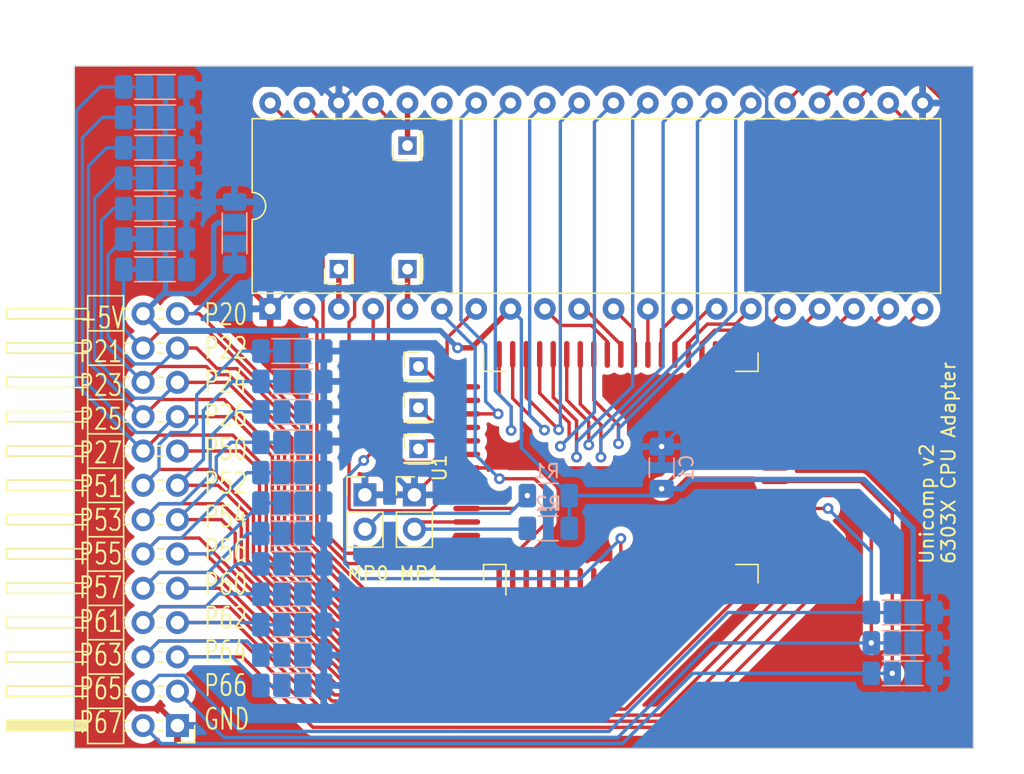
<source format=kicad_pcb>
(kicad_pcb (version 20221018) (generator pcbnew)
  (layers (0 "F.Cu" signal) (31 "B.Cu" signal) (34 "B.Paste" user) (35 "F.Paste" user) (36 "B.SilkS" user "B.Silkscreen") (37 "F.SilkS" user "F.Silkscreen") (38 "B.Mask" user) (39 "F.Mask" user) (44 "Edge.Cuts" user))
  (net 0 "")
  (net 1 "+5V")
  (net 2 "GND")
  (net 3 "/P20")
  (net 4 "/P21")
  (net 5 "/P22")
  (net 6 "/~{NMI}")
  (net 7 "/~{IRQ1}")
  (net 8 "/~{RST}")
  (net 9 "/P23")
  (net 10 "/P24")
  (net 11 "/A15")
  (net 12 "/A14")
  (net 13 "/A13")
  (net 14 "/A12")
  (net 15 "/A11")
  (net 16 "/A10")
  (net 17 "/A9")
  (net 18 "/A8")
  (net 19 "/D7")
  (net 20 "/D6")
  (net 21 "/D5")
  (net 22 "/D4")
  (net 23 "/D3")
  (net 24 "/D2")
  (net 25 "/D1")
  (net 26 "/D0")
  (net 27 "/R{slash}~{W}")
  (net 28 "Net-(J6-Pin_1)")
  (net 29 "/A0")
  (net 30 "/A1")
  (net 31 "/A2")
  (net 32 "/A3")
  (net 33 "/A4")
  (net 34 "/A5")
  (net 35 "/A6")
  (net 36 "/A7")
  (net 37 "/PHI2")
  (net 38 "/CPUCLK")
  (net 39 "+5C")
  (net 40 "/MP0")
  (net 41 "/MP1")
  (net 43 "Net-(J3-Pin_1)")
  (net 44 "Net-(J4-Pin_1)")
  (net 45 "/~{HALT}")
  (net 46 "/BA")
  (net 47 "/P25")
  (net 48 "/P26")
  (net 49 "/P27")
  (net 50 "/P51")
  (net 51 "/P52")
  (net 52 "/P53")
  (net 53 "/P54")
  (net 54 "/P55")
  (net 55 "/P56")
  (net 56 "/P57")
  (net 57 "/P60")
  (net 58 "/P61")
  (net 59 "/P62")
  (net 60 "/P63")
  (net 61 "/P64")
  (net 62 "/P65")
  (net 63 "/P66")
  (net 64 "/P67")
  (net 65 "/~{LIR}")
  (net 66 "/~{WR}")
  (net 67 "/~{RD}")
  (footprint "Connector_PinHeader_2.54mm:PinHeader_1x02_P2.54mm_Vertical" (layer "F.Cu") (at 180.7464 66.4922)
    (fp_text reference "JP1" hide)
    (fp_text value "Mode" hide)
  )
  (footprint "Connector_PinHeader_2.00mm:PinHeader_1x01_P2.00mm_Vertical" (layer "F.Cu") (at 183.896 40.64 90)
    (fp_text reference "J4" hide)
    (fp_text value ".")
  )
  (footprint "Package_DIP:DIP-40_W15.24mm" (layer "F.Cu") (at 173.736 52.7304 90)
    (fp_text reference "U3" hide)
    (fp_text value "MC6802")
  )
  (footprint "Connector_PinHeader_2.54mm:PinHeader_2x13_P2.54mm_Horizontal" (layer "F.Cu") (at 166.878 83.566 180)
    (fp_text reference "J1" hide)
    (fp_text value "Conn_02x13_Odd_Even" hide)
  )
  (footprint "Connector_PinHeader_2.54mm:PinHeader_1x02_P2.54mm_Vertical" (layer "F.Cu") (at 184.404 66.4922)
    (fp_text reference "JP2" hide)
    (fp_text value "Mode" hide)
  )
  (footprint "Connector_PinHeader_2.00mm:PinHeader_1x01_P2.00mm_Vertical" (layer "F.Cu") (at 184.7088 56.9976)
    (fp_text reference "J7" hide)
    (fp_text value ".")
  )
  (footprint "Connector_PinHeader_2.00mm:PinHeader_1x01_P2.00mm_Vertical" (layer "F.Cu") (at 183.896 49.784 90)
    (fp_text reference "J6" hide)
    (fp_text value ".")
  )
  (footprint "my_own_conn:QFP-64_14x20_Pitch1mm" (layer "F.Cu") (at 199.674 65)
    (fp_text reference "U1")
    (fp_text value "HD6303YF")
  )
  (footprint "Connector_PinHeader_2.00mm:PinHeader_1x01_P2.00mm_Vertical" (layer "F.Cu") (at 184.7088 60.0456)
    (fp_text reference "J9" hide)
    (fp_text value ".")
  )
  (footprint "Connector_PinHeader_2.00mm:PinHeader_1x01_P2.00mm_Vertical" (layer "F.Cu") (at 184.7088 63.0936)
    (fp_text reference "J8" hide)
    (fp_text value ".")
  )
  (footprint "Connector_PinHeader_2.00mm:PinHeader_1x01_P2.00mm_Vertical" (layer "F.Cu") (at 178.816 49.784 90)
    (fp_text reference "J3" hide)
    (fp_text value ".")
  )
  (footprint "Resistor_SMD:R_1206_3216Metric_Pad1.30x1.75mm_HandSolder" (layer "B.Cu") (at 176.15 69.35)
    (fp_text reference "R32" hide)
    (fp_text value "47k" hide)
  )
  (footprint "Resistor_SMD:R_1206_3216Metric_Pad1.30x1.75mm_HandSolder" (layer "B.Cu") (at 174.6 64.85 180)
    (fp_text reference "R25" hide)
    (fp_text value "47k" hide)
  )
  (footprint "Resistor_SMD:R_1206_3216Metric_Pad1.30x1.75mm_HandSolder" (layer "B.Cu") (at 164.45 47.55 180)
    (fp_text reference "R7" hide)
    (fp_text value "47k" hide)
  )
  (footprint "Resistor_SMD:R_1206_3216Metric_Pad1.30x1.75mm_HandSolder" (layer "B.Cu") (at 176.15 55.85)
    (fp_text reference "R20" hide)
    (fp_text value "47k" hide)
  )
  (footprint "Resistor_SMD:R_1206_3216Metric_Pad1.30x1.75mm_HandSolder" (layer "B.Cu") (at 219.75 79.7 180)
    (fp_text reference "R47" hide)
    (fp_text value "47k" hide)
  )
  (footprint "Resistor_SMD:R_1206_3216Metric_Pad1.30x1.75mm_HandSolder" (layer "B.Cu") (at 221.3 75.2)
    (fp_text reference "R45" hide)
    (fp_text value "47k" hide)
  )
  (footprint "Resistor_SMD:R_1206_3216Metric_Pad1.30x1.75mm_HandSolder" (layer "B.Cu") (at 164.45 40.8 180)
    (fp_text reference "R13" hide)
    (fp_text value "47k" hide)
  )
  (footprint "Capacitor_SMD:C_1206_3216Metric_Pad1.33x1.80mm_HandSolder" (layer "B.Cu") (at 202.692 64.4775 90)
    (fp_text reference "C1")
    (fp_text value "100n")
  )
  (footprint "Resistor_SMD:R_1206_3216Metric_Pad1.30x1.75mm_HandSolder" (layer "B.Cu") (at 164.45 38.55 180)
    (fp_text reference "R14" hide)
    (fp_text value "47k" hide)
  )
  (footprint "Resistor_SMD:R_1206_3216Metric_Pad1.30x1.75mm_HandSolder" (layer "B.Cu") (at 174.6 60.35 180)
    (fp_text reference "R23" hide)
    (fp_text value "47k" hide)
  )
  (footprint "Resistor_SMD:R_1206_3216Metric_Pad1.30x1.75mm_HandSolder" (layer "B.Cu") (at 174.6 71.6 180)
    (fp_text reference "R33" hide)
    (fp_text value "47k" hide)
  )
  (footprint "Resistor_SMD:R_1206_3216Metric_Pad1.30x1.75mm_HandSolder" (layer "B.Cu") (at 174.6 69.35 180)
    (fp_text reference "R27" hide)
    (fp_text value "47k" hide)
  )
  (footprint "Resistor_SMD:R_1206_3216Metric_Pad1.30x1.75mm_HandSolder" (layer "B.Cu") (at 221.3 79.7)
    (fp_text reference "R48" hide)
    (fp_text value "47k" hide)
  )
  (footprint "Resistor_SMD:R_1206_3216Metric_Pad1.30x1.75mm_HandSolder" (layer "B.Cu") (at 166 43.05)
    (fp_text reference "R12" hide)
    (fp_text value "47k" hide)
  )
  (footprint "Resistor_SMD:R_1206_3216Metric_Pad1.30x1.75mm_HandSolder" (layer "B.Cu") (at 174.6 62.6 180)
    (fp_text reference "R24" hide)
    (fp_text value "47k" hide)
  )
  (footprint "Resistor_SMD:R_1206_3216Metric_Pad1.30x1.75mm_HandSolder" (layer "B.Cu") (at 171.1 46.35 90)
    (fp_text reference "R4" hide)
    (fp_text value "47k" hide)
  )
  (footprint "Resistor_SMD:R_1206_3216Metric_Pad1.30x1.75mm_HandSolder" (layer "B.Cu") (at 176.15 58.1)
    (fp_text reference "R22" hide)
    (fp_text value "47k" hide)
  )
  (footprint "Resistor_SMD:R_1206_3216Metric_Pad1.30x1.75mm_HandSolder" (layer "B.Cu") (at 176.15 67.1)
    (fp_text reference "R31" hide)
    (fp_text value "47k" hide)
  )
  (footprint "Resistor_SMD:R_1206_3216Metric_Pad1.30x1.75mm_HandSolder" (layer "B.Cu") (at 174.6 58.1 180)
    (fp_text reference "R21" hide)
    (fp_text value "47k" hide)
  )
  (footprint "Resistor_SMD:R_1206_3216Metric_Pad1.30x1.75mm_HandSolder" (layer "B.Cu") (at 176.15 73.82)
    (fp_text reference "R39" hide)
    (fp_text value "47k" hide)
  )
  (footprint "Resistor_SMD:R_1206_3216Metric_Pad1.30x1.75mm_HandSolder" (layer "B.Cu") (at 174.6 55.85 180)
    (fp_text reference "R16" hide)
    (fp_text value "47k" hide)
  )
  (footprint "Resistor_SMD:R_1206_3216Metric_Pad1.30x1.75mm_HandSolder" (layer "B.Cu") (at 176.15 62.6)
    (fp_text reference "R29" hide)
    (fp_text value "47k" hide)
  )
  (footprint "Resistor_SMD:R_1206_3216Metric_Pad1.30x1.75mm_HandSolder" (layer "B.Cu") (at 164.45 36.3 180)
    (fp_text reference "R15" hide)
    (fp_text value "47k" hide)
  )
  (footprint "Resistor_SMD:R_1206_3216Metric_Pad1.30x1.75mm_HandSolder" (layer "B.Cu") (at 174.6 80.6 180)
    (fp_text reference "R37" hide)
    (fp_text value "47k" hide)
  )
  (footprint "Resistor_SMD:R_1206_3216Metric_Pad1.30x1.75mm_HandSolder" (layer "B.Cu") (at 164.45 49.8 180)
    (fp_text reference "R5" hide)
    (fp_text value "47k" hide)
  )
  (footprint "Resistor_SMD:R_1206_3216Metric_Pad1.30x1.75mm_HandSolder" (layer "B.Cu") (at 171.1 47.9 -90)
    (fp_text reference "R3" hide)
    (fp_text value "47k" hide)
  )
  (footprint "Resistor_SMD:R_1206_3216Metric_Pad1.30x1.75mm_HandSolder" (layer "B.Cu") (at 164.45 45.3 180)
    (fp_text reference "R9" hide)
    (fp_text value "47k" hide)
  )
  (footprint "Resistor_SMD:R_1206_3216Metric_Pad1.30x1.75mm_HandSolder" (layer "B.Cu") (at 176.15 64.85)
    (fp_text reference "R30" hide)
    (fp_text value "47k" hide)
  )
  (footprint "Resistor_SMD:R_1206_3216Metric_Pad1.30x1.75mm_HandSolder" (layer "B.Cu") (at 166 47.55)
    (fp_text reference "R8" hide)
    (fp_text value "47k" hide)
  )
  (footprint "Resistor_SMD:R_1206_3216Metric_Pad1.30x1.75mm_HandSolder" (layer "B.Cu") (at 194.31 66.548 180)
    (fp_text reference "R1")
    (fp_text value "22k")
  )
  (footprint "Resistor_SMD:R_1206_3216Metric_Pad1.30x1.75mm_HandSolder" (layer "B.Cu") (at 164.45 43.05 180)
    (fp_text reference "R11" hide)
    (fp_text value "47k" hide)
  )
  (footprint "Resistor_SMD:R_1206_3216Metric_Pad1.30x1.75mm_HandSolder" (layer "B.Cu") (at 166 40.8)
    (fp_text reference "R17" hide)
    (fp_text value "47k" hide)
  )
  (footprint "Resistor_SMD:R_1206_3216Metric_Pad1.30x1.75mm_HandSolder" (layer "B.Cu") (at 176.15 78.35)
    (fp_text reference "R41" hide)
    (fp_text value "47k" hide)
  )
  (footprint "Resistor_SMD:R_1206_3216Metric_Pad1.30x1.75mm_HandSolder" (layer "B.Cu") (at 176.15 80.6)
    (fp_text reference "R42" hide)
    (fp_text value "47k" hide)
  )
  (footprint "Resistor_SMD:R_1206_3216Metric_Pad1.30x1.75mm_HandSolder" (layer "B.Cu") (at 221.3 77.45)
    (fp_text reference "R46" hide)
    (fp_text value "47k" hide)
  )
  (footprint "Resistor_SMD:R_1206_3216Metric_Pad1.30x1.75mm_HandSolder" (layer "B.Cu") (at 219.75 75.2 180)
    (fp_text reference "R43" hide)
    (fp_text value "47k" hide)
  )
  (footprint "Resistor_SMD:R_1206_3216Metric_Pad1.30x1.75mm_HandSolder" (layer "B.Cu") (at 174.6 67.1 180)
    (fp_text reference "R26" hide)
    (fp_text value "47k" hide)
  )
  (footprint "Resistor_SMD:R_1206_3216Metric_Pad1.30x1.75mm_HandSolder" (layer "B.Cu") (at 166 45.29)
    (fp_text reference "R10" hide)
    (fp_text value "47k" hide)
  )
  (footprint "Resistor_SMD:R_1206_3216Metric_Pad1.30x1.75mm_HandSolder" (layer "B.Cu") (at 174.6 76.1 180)
    (fp_text reference "R35" hide)
    (fp_text value "47k" hide)
  )
  (footprint "Resistor_SMD:R_1206_3216Metric_Pad1.30x1.75mm_HandSolder" (layer "B.Cu") (at 194.31 68.974 180)
    (fp_text reference "R2")
    (fp_text value "22k")
  )
  (footprint "Resistor_SMD:R_1206_3216Metric_Pad1.30x1.75mm_HandSolder" (layer "B.Cu") (at 176.15 60.35)
    (fp_text reference "R28" hide)
    (fp_text value "47k" hide)
  )
  (footprint "Resistor_SMD:R_1206_3216Metric_Pad1.30x1.75mm_HandSolder" (layer "B.Cu") (at 174.6 78.35 180)
    (fp_text reference "R36" hide)
    (fp_text value "47k" hide)
  )
  (footprint "Resistor_SMD:R_1206_3216Metric_Pad1.30x1.75mm_HandSolder" (layer "B.Cu") (at 166 36.3)
    (fp_text reference "R19" hide)
    (fp_text value "47k" hide)
  )
  (footprint "Resistor_SMD:R_1206_3216Metric_Pad1.30x1.75mm_HandSolder" (layer "B.Cu") (at 174.6 73.85 180)
    (fp_text reference "R34" hide)
    (fp_text value "47k" hide)
  )
  (footprint "Resistor_SMD:R_1206_3216Metric_Pad1.30x1.75mm_HandSolder" (layer "B.Cu") (at 176.15 76.1)
    (fp_text reference "R40" hide)
    (fp_text value "47k" hide)
  )
  (footprint "Resistor_SMD:R_1206_3216Metric_Pad1.30x1.75mm_HandSolder" (layer "B.Cu") (at 166 38.55)
    (fp_text reference "R18" hide)
    (fp_text value "47k" hide)
  )
  (footprint "Resistor_SMD:R_1206_3216Metric_Pad1.30x1.75mm_HandSolder" (layer "B.Cu") (at 166 49.8)
    (fp_text reference "R6" hide)
    (fp_text value "47k" hide)
  )
  (footprint "Resistor_SMD:R_1206_3216Metric_Pad1.30x1.75mm_HandSolder" (layer "B.Cu") (at 219.75 77.45 180)
    (fp_text reference "R44" hide)
    (fp_text value "47k" hide)
  )
  (footprint "Resistor_SMD:R_1206_3216Metric_Pad1.30x1.75mm_HandSolder" (layer "B.Cu") (at 176.15 71.6)
    (fp_text reference "R38" hide)
    (fp_text value "47k" hide)
  )
  (gr_rect (start 159.25 34.75) (end 225.75 85.262) (stroke (width 0.1)) (fill none) (layer "Edge.Cuts"))
  (gr_text "MP0 MP1\n" (at 179.324 72.898) (layer "F.SilkS") (effects (font (size 1 1)) (justify left bottom)))
  (gr_text "+5V\nP21\nP23\nP25\nP27\nP51\nP53\nP55\nP57\nP61\nP63\nP65\nP67" (at 159.5 84.25) (layer "F.SilkS") (effects (font (size 1.55 1.1)) (justify left bottom)))
  (gr_text "Unicomp v2\n6303X CPU Adapter" (at 224.5 71.7 90) (layer "F.SilkS") (effects (font (size 1 1)) (justify left bottom)))
  (gr_text "P20\nP22\nP24\nP26\nP50\nP52\nP54\nP56\nP60\nP62\nP64\nP66\nGND\n" (at 168.75 84) (layer "F.SilkS") (effects (font (size 1.55 1.1)) (justify left bottom)))
  (segment (start 204.232 64.5) (end 202.692 66.04) (width 0.25) (layer "F.Cu") (net 1))
  (segment (start 191.516 52.7304) (end 188.636922 55.609478) (width 0.4) (layer "F.Cu") (net 1))
  (segment (start 211.074 64.5) (end 204.232 64.5) (width 0.25) (layer "F.Cu") (net 1))
  (segment (start 188.636922 55.609478) (end 187.6 55.609478) (width 0.4) (layer "F.Cu") (net 1))
  (via (at 202.692 66.04) (size 0.8) (drill 0.4) (layers "F.Cu" "B.Cu") (net 1))
  (via (at 187.6 55.609478) (size 0.8) (drill 0.4) (layers "F.Cu" "B.Cu") (net 1))
  (segment (start 166 51.424) (end 166 49.8) (width 0.4) (layer "B.Cu") (net 1))
  (segment (start 176.15 69.35) (end 176.15 80.6) (width 0.4) (layer "B.Cu") (net 1))
  (segment (start 169.55 50.2) (end 169.55 46.65) (width 0.4) (layer "B.Cu") (net 1))
  (segment (start 187.6 55.609478) (end 186.326522 54.336) (width 0.4) (layer "B.Cu") (net 1))
  (segment (start 164.338 53.086) (end 166 51.424) (width 0.4) (layer "B.Cu") (net 1))
  (segment (start 195.86 66.548) (end 195.86 68.974) (width 0.25) (layer "B.Cu") (net 1))
  (segment (start 221.3 75.2) (end 221.3 69) (width 0.4) (layer "B.Cu") (net 1))
  (segment (start 186.326522 54.336) (end 176.1 54.336) (width 0.4) (layer "B.Cu") (net 1))
  (segment (start 166 36.3) (end 166 49.8) (width 0.4) (layer "B.Cu") (net 1))
  (segment (start 176.15 69.35) (end 176.15 55.85) (width 0.4) (layer "B.Cu") (net 1))
  (segment (start 217.65 65.35) (end 204.85 65.35) (width 0.4) (layer "B.Cu") (net 1))
  (segment (start 165.588 54.336) (end 164.338 53.086) (width 0.4) (layer "B.Cu") (net 1))
  (segment (start 165.824 51.6) (end 168.15 51.6) (width 0.4) (layer "B.Cu") (net 1))
  (segment (start 176.15 54.386) (end 176.1 54.336) (width 0.4) (layer "B.Cu") (net 1))
  (segment (start 204.16 66.04) (end 202.692 66.04) (width 0.4) (layer "B.Cu") (net 1))
  (segment (start 169.55 46.65) (end 169.85 46.35) (width 0.4) (layer "B.Cu") (net 1))
  (segment (start 168.15 51.6) (end 169.55 50.2) (width 0.4) (layer "B.Cu") (net 1))
  (segment (start 164.338 53.086) (end 165.824 51.6) (width 0.4) (layer "B.Cu") (net 1))
  (segment (start 176.1 54.336) (end 165.588 54.336) (width 0.4) (layer "B.Cu") (net 1))
  (segment (start 169.85 46.35) (end 171.1 46.35) (width 0.4) (layer "B.Cu") (net 1))
  (segment (start 202.184 66.548) (end 202.692 66.04) (width 0.25) (layer "B.Cu") (net 1))
  (segment (start 176.15 55.85) (end 176.15 54.386) (width 0.4) (layer "B.Cu") (net 1))
  (segment (start 221.3 75.2) (end 221.3 79.7) (width 0.4) (layer "B.Cu") (net 1))
  (segment (start 195.86 66.548) (end 202.184 66.548) (width 0.25) (layer "B.Cu") (net 1))
  (segment (start 221.3 69) (end 217.65 65.35) (width 0.4) (layer "B.Cu") (net 1))
  (segment (start 192.315999 53.530399) (end 192.315999 63.003999) (width 0.25) (layer "B.Cu") (net 1))
  (segment (start 204.85 65.35) (end 204.16 66.04) (width 0.4) (layer "B.Cu") (net 1))
  (segment (start 191.516 52.7304) (end 192.315999 53.530399) (width 0.25) (layer "B.Cu") (net 1))
  (segment (start 192.315999 63.003999) (end 195.86 66.548) (width 0.25) (layer "B.Cu") (net 1))
  (segment (start 186.3962 64.5) (end 185.9582 64.938) (width 0.25) (layer "F.Cu") (net 2))
  (segment (start 188.274 64.5) (end 201.107 64.5) (width 0.25) (layer "F.Cu") (net 2))
  (segment (start 163.860233 82.316) (end 165.628 82.316) (width 0.4) (layer "F.Cu") (net 2))
  (segment (start 165.628 82.316) (end 166.878 83.566) (width 0.4) (layer "F.Cu") (net 2))
  (segment (start 180.7464 66.4922) (end 184.404 66.4922) (width 0.25) (layer "F.Cu") (net 2))
  (segment (start 163.576 51.054) (end 162.306 52.324) (width 0.4) (layer "F.Cu") (net 2))
  (segment (start 206.674 56.1) (end 206.674 58.933) (width 0.25) (layer "F.Cu") (net 2))
  (segment (start 162.306 52.324) (end 162.306 80.761767) (width 0.4) (layer "F.Cu") (net 2))
  (segment (start 162.306 80.761767) (end 163.860233 82.316) (width 0.4) (layer "F.Cu") (net 2))
  (segment (start 201.107 64.5) (end 202.692 62.915) (width 0.25) (layer "F.Cu") (net 2))
  (segment (start 185.9582 64.938) (end 184.404 66.4922) (width 0.25) (layer "F.Cu") (net 2))
  (segment (start 172.0596 51.054) (end 163.576 51.054) (width 0.4) (layer "F.Cu") (net 2))
  (segment (start 173.736 52.7304) (end 172.0596 51.054) (width 0.4) (layer "F.Cu") (net 2))
  (segment (start 206.674 58.933) (end 202.692 62.915) (width 0.25) (layer "F.Cu") (net 2))
  (segment (start 188.274 64.5) (end 186.3962 64.5) (width 0.25) (layer "F.Cu") (net 2))
  (via (at 202.692 62.915) (size 0.8) (drill 0.4) (layers "F.Cu" "B.Cu") (net 2))
  (segment (start 178.816 37.4904) (end 180.2892 36.0172) (width 0.25) (layer "B.Cu") (net 2))
  (segment (start 167.55 36.3) (end 167.75 36.1) (width 0.4) (layer "B.Cu") (net 2))
  (segment (start 180.3618 62.45) (end 184.404 66.4922) (width 0.4) (layer "B.Cu") (net 2))
  (segment (start 210.4644 37.067809) (end 210.4644 55.1426) (width 0.25) (layer "B.Cu") (net 2))
  (segment (start 222.85 69.35) (end 216.415 62.915) (width 0.4) (layer "B.Cu") (net 2))
  (segment (start 210.4644 55.1426) (end 202.692 62.915) (width 0.25) (layer "B.Cu") (net 2))
  (segment (start 167.75 36.1) (end 177.4256 36.1) (width 0.4) (layer "B.Cu") (net 2))
  (segment (start 178.816 47.6504) (end 173.736 52.7304) (width 0.25) (layer "B.Cu") (net 2))
  (segment (start 222.85 79.7) (end 222.85 69.35) (width 0.4) (layer "B.Cu") (net 2))
  (segment (start 168.04 44.8) (end 167.55 45.29) (width 0.4) (layer "B.Cu") (net 2))
  (segment (start 178.816 37.4904) (end 178.816 47.6504) (width 0.25) (layer "B.Cu") (net 2))
  (segment (start 216.415 62.915) (end 202.692 62.915) (width 0.4) (layer "B.Cu") (net 2))
  (segment (start 177.85 62.45) (end 180.3618 62.45) (width 0.4) (layer "B.Cu") (net 2))
  (segment (start 180.2892 36.0172) (end 209.413791 36.0172) (width 0.25) (layer "B.Cu") (net 2))
  (segment (start 177.7 55.85) (end 177.7 69.35) (width 0.4) (layer "B.Cu") (net 2))
  (segment (start 177.7 69.35) (end 177.7 80.6) (width 0.4) (layer "B.Cu") (net 2))
  (segment (start 177.4256 36.1) (end 178.816 37.4904) (width 0.4) (layer "B.Cu") (net 2))
  (segment (start 167.55 36.3) (end 167.55 49.8) (width 0.4) (layer "B.Cu") (net 2))
  (segment (start 171.1 44.8) (end 168.04 44.8) (width 0.4) (layer "B.Cu") (net 2))
  (segment (start 209.413791 36.0172) (end 210.4644 37.067809) (width 0.25) (layer "B.Cu") (net 2))
  (segment (start 177.7 62.6) (end 177.85 62.45) (width 0.4) (layer "B.Cu") (net 2))
  (segment (start 176.745584 61.345584) (end 176.745584 69.518376) (width 0.25) (layer "F.Cu") (net 3))
  (segment (start 181.777208 74.55) (end 191.45 74.55) (width 0.25) (layer "F.Cu") (net 3))
  (segment (start 191.674 74.326) (end 191.674 72.9) (width 0.25) (layer "F.Cu") (net 3))
  (segment (start 176.745584 69.518376) (end 181.777208 74.55) (width 0.25) (layer "F.Cu") (net 3))
  (segment (start 168.486 53.086) (end 176.745584 61.345584) (width 0.25) (layer "F.Cu") (net 3))
  (segment (start 166.878 53.086) (end 168.486 53.086) (width 0.25) (layer "F.Cu") (net 3))
  (segment (start 191.45 74.55) (end 191.674 74.326) (width 0.25) (layer "F.Cu") (net 3))
  (segment (start 171.1 47.9) (end 171.1 49.45) (width 0.4) (layer "B.Cu") (net 3))
  (segment (start 168.064 53.086) (end 171.1 50.05) (width 0.25) (layer "B.Cu") (net 3))
  (segment (start 166.878 53.086) (end 168.064 53.086) (width 0.25) (layer "B.Cu") (net 3))
  (segment (start 171.1 50.05) (end 171.1 49.45) (width 0.25) (layer "B.Cu") (net 3))
  (segment (start 165.513 54.451) (end 164.338 55.626) (width 0.25) (layer "F.Cu") (net 4))
  (segment (start 176.25 69.659188) (end 176.25 61.486396) (width 0.25) (layer "F.Cu") (net 4))
  (segment (start 165.513 54.451) (end 167.751 54.451) (width 0.25) (layer "F.Cu") (net 4))
  (segment (start 181.590812 75) (end 176.25 69.659188) (width 0.25) (layer "F.Cu") (net 4))
  (segment (start 191.9 75) (end 181.590812 75) (width 0.25) (layer "F.Cu") (net 4))
  (segment (start 192.674 74.226) (end 191.9 75) (width 0.25) (layer "F.Cu") (net 4))
  (segment (start 176.25 61.486396) (end 169.214604 54.451) (width 0.25) (layer "F.Cu") (net 4))
  (segment (start 169.214604 54.451) (end 165.513 54.451) (width 0.25) (layer "F.Cu") (net 4))
  (segment (start 192.674 72.9) (end 192.674 74.226) (width 0.25) (layer "F.Cu") (net 4))
  (segment (start 162.9 54.188) (end 162.9 49.8) (width 0.25) (layer "B.Cu") (net 4))
  (segment (start 164.338 55.626) (end 162.9 54.188) (width 0.25) (layer "B.Cu") (net 4))
  (segment (start 164.45 49.8) (end 162.9 49.8) (width 0.4) (layer "B.Cu") (net 4))
  (segment (start 193.049406 75.45) (end 193.674 74.825406) (width 0.25) (layer "F.Cu") (net 5))
  (segment (start 181.404416 75.45) (end 193.049406 75.45) (width 0.25) (layer "F.Cu") (net 5))
  (segment (start 168.289604 55.626) (end 169.813604 57.15) (width 0.25) (layer "F.Cu") (net 5))
  (segment (start 169.813604 57.15) (end 171.277208 57.15) (width 0.25) (layer "F.Cu") (net 5))
  (segment (start 166.878 55.626) (end 168.289604 55.626) (width 0.25) (layer "F.Cu") (net 5))
  (segment (start 171.277208 57.15) (end 175.8 61.672792) (width 0.25) (layer "F.Cu") (net 5))
  (segment (start 175.8 61.672792) (end 175.8 69.845584) (width 0.25) (layer "F.Cu") (net 5))
  (segment (start 175.8 69.845584) (end 181.404416 75.45) (width 0.25) (layer "F.Cu") (net 5))
  (segment (start 193.674 74.825406) (end 193.674 72.9) (width 0.25) (layer "F.Cu") (net 5))
  (segment (start 166.878 55.626) (end 165.703 56.801) (width 0.25) (layer "B.Cu") (net 5))
  (segment (start 163.701 56.801) (end 161.75 54.85) (width 0.25) (layer "B.Cu") (net 5))
  (segment (start 161.75 48.7) (end 162.9 47.55) (width 0.25) (layer "B.Cu") (net 5))
  (segment (start 161.75 54.85) (end 161.75 48.7) (width 0.25) (layer "B.Cu") (net 5))
  (segment (start 164.45 47.55) (end 162.9 47.55) (width 0.4) (layer "B.Cu") (net 5))
  (segment (start 165.703 56.801) (end 163.701 56.801) (width 0.25) (layer "B.Cu") (net 5))
  (segment (start 193.3 65.3) (end 190.7 65.3) (width 0.25) (layer "F.Cu") (net 6))
  (segment (start 190.674 72.9) (end 190.674 72.05) (width 0.25) (layer "F.Cu") (net 6))
  (segment (start 190.674 72.05) (end 194.3 68.424) (width 0.25) (layer "F.Cu") (net 6))
  (segment (start 194.3 68.424) (end 194.3 66.3) (width 0.25) (layer "F.Cu") (net 6))
  (segment (start 194.3 66.3) (end 193.3 65.3) (width 0.25) (layer "F.Cu") (net 6))
  (via (at 190.7 65.3) (size 0.8) (drill 0.4) (layers "F.Cu" "B.Cu") (net 6))
  (segment (start 188.9 63.5) (end 188.9 55.6) (width 0.25) (layer "B.Cu") (net 6))
  (segment (start 186.436 53.136) (end 186.436 52.7304) (width 0.25) (layer "B.Cu") (net 6))
  (segment (start 190.7 65.3) (end 188.9 63.5) (width 0.25) (layer "B.Cu") (net 6))
  (segment (start 188.9 55.6) (end 186.436 53.136) (width 0.25) (layer "B.Cu") (net 6))
  (segment (start 171.509604 63.246) (end 172.95 64.686396) (width 0.25) (layer "F.Cu") (net 7))
  (segment (start 195.786396 78.15) (end 199.674004 74.262392) (width 0.25) (layer "F.Cu") (net 7))
  (segment (start 172.95 70.96802) (end 180.13198 78.15) (width 0.25) (layer "F.Cu") (net 7))
  (segment (start 180.13198 78.15) (end 195.786396 78.15) (width 0.25) (layer "F.Cu") (net 7))
  (segment (start 181.356 52.7304) (end 181.356 63.2492) (width 0.25) (layer "F.Cu") (net 7))
  (segment (start 199.674004 74.262392) (end 199.674004 69.722408) (width 0.25) (layer "F.Cu") (net 7))
  (segment (start 181.356 63.2492) (end 180.657459 63.947741) (width 0.25) (layer "F.Cu") (net 7))
  (segment (start 172.95 64.686396) (end 172.95 70.96802) (width 0.25) (layer "F.Cu") (net 7))
  (segment (start 166.878 63.246) (end 171.509604 63.246) (width 0.25) (layer "F.Cu") (net 7))
  (via (at 199.674004 69.722408) (size 0.8) (drill 0.4) (layers "F.Cu" "B.Cu") (net 7))
  (via (at 180.657459 63.947741) (size 0.8) (drill 0.4) (layers "F.Cu" "B.Cu") (net 7))
  (segment (start 180.414804 72.6948) (end 179.25 71.529996) (width 0.25) (layer "B.Cu") (net 7))
  (segment (start 179.25 71.529996) (end 179.25 65.3552) (width 0.25) (layer "B.Cu") (net 7))
  (segment (start 179.25 65.3552) (end 180.657459 63.947741) (width 0.25) (layer "B.Cu") (net 7))
  (segment (start 199.674004 69.722408) (end 196.701612 72.6948) (width 0.25) (layer "B.Cu") (net 7))
  (segment (start 196.701612 72.6948) (end 180.414804 72.6948) (width 0.25) (layer "B.Cu") (net 7))
  (segment (start 187.474 69.5) (end 188.274 69.5) (width 0.25) (layer "F.Cu") (net 8))
  (segment (start 173.736 37.4904) (end 177.645584 41.399984) (width 0.25) (layer "F.Cu") (net 8))
  (segment (start 179.3152 70.8152) (end 186.1588 70.8152) (width 0.25) (layer "F.Cu") (net 8))
  (segment (start 186.1588 70.8152) (end 187.474 69.5) (width 0.25) (layer "F.Cu") (net 8))
  (segment (start 177.645584 69.145584) (end 179.3152 70.8152) (width 0.25) (layer "F.Cu") (net 8))
  (segment (start 177.645584 41.399984) (end 177.645584 69.145584) (width 0.25) (layer "F.Cu") (net 8))
  (segment (start 169.018208 56.991) (end 169.627208 57.6) (width 0.25) (layer "F.Cu") (net 9))
  (segment (start 169.627208 57.6) (end 170.663604 57.6) (width 0.25) (layer "F.Cu") (net 9))
  (segment (start 170.663604 57.6) (end 175.35 62.286396) (width 0.25) (layer "F.Cu") (net 9))
  (segment (start 194.674 74.461802) (end 194.674 72.9) (width 0.25) (layer "F.Cu") (net 9))
  (segment (start 175.35 70.18604) (end 181.06396 75.9) (width 0.25) (layer "F.Cu") (net 9))
  (segment (start 193.235802 75.9) (end 194.674 74.461802) (width 0.25) (layer "F.Cu") (net 9))
  (segment (start 175.35 62.286396) (end 175.35 70.18604) (width 0.25) (layer "F.Cu") (net 9))
  (segment (start 165.513 56.991) (end 169.018208 56.991) (width 0.25) (layer "F.Cu") (net 9))
  (segment (start 181.06396 75.9) (end 193.235802 75.9) (width 0.25) (layer "F.Cu") (net 9))
  (segment (start 164.338 58.166) (end 165.513 56.991) (width 0.25) (layer "F.Cu") (net 9))
  (segment (start 162.91 45.29) (end 162.9 45.3) (width 0.4) (layer "B.Cu") (net 9))
  (segment (start 164.45 45.29) (end 162.91 45.29) (width 0.4) (layer "B.Cu") (net 9))
  (segment (start 161.25 46.2) (end 162.15 45.3) (width 0.25) (layer "B.Cu") (net 9))
  (segment (start 162.15 45.3) (end 162.9 45.3) (width 0.25) (layer "B.Cu") (net 9))
  (segment (start 164.338 58.166) (end 161.25 55.078) (width 0.25) (layer "B.Cu") (net 9))
  (segment (start 161.25 55.078) (end 161.25 46.2) (width 0.25) (layer "B.Cu") (net 9))
  (segment (start 180.877564 76.35) (end 174.8 70.272436) (width 0.25) (layer "F.Cu") (net 10))
  (segment (start 193.422198 76.35) (end 180.877564 76.35) (width 0.25) (layer "F.Cu") (net 10))
  (segment (start 195.674 74.098198) (end 193.422198 76.35) (width 0.25) (layer "F.Cu") (net 10))
  (segment (start 174.8 62.372792) (end 170.593208 58.166) (width 0.25) (layer "F.Cu") (net 10))
  (segment (start 195.674 72.9) (end 195.674 74.098198) (width 0.25) (layer "F.Cu") (net 10))
  (segment (start 174.8 70.272436) (end 174.8 62.372792) (width 0.25) (layer "F.Cu") (net 10))
  (segment (start 170.593208 58.166) (end 166.878 58.166) (width 0.25) (layer "F.Cu") (net 10))
  (segment (start 165.703 59.341) (end 163.691 59.341) (width 0.25) (layer "B.Cu") (net 10))
  (segment (start 160.75 44.55) (end 162.25 43.05) (width 0.25) (layer "B.Cu") (net 10))
  (segment (start 166.878 58.166) (end 165.703 59.341) (width 0.25) (layer "B.Cu") (net 10))
  (segment (start 163.691 59.341) (end 160.75 56.4) (width 0.25) (layer "B.Cu") (net 10))
  (segment (start 162.9 43.05) (end 164.45 43.05) (width 0.25) (layer "B.Cu") (net 10))
  (segment (start 162.25 43.05) (end 162.9 43.05) (width 0.25) (layer "B.Cu") (net 10))
  (segment (start 160.75 56.4) (end 160.75 44.55) (width 0.25) (layer "B.Cu") (net 10))
  (segment (start 222.672792 35.2) (end 214.1264 35.2) (width 0.25) (layer "F.Cu") (net 11))
  (segment (start 214.1264 35.2) (end 211.836 37.4904) (width 0.25) (layer "F.Cu") (net 11))
  (segment (start 224.95 53.659188) (end 224.95 37.477208) (width 0.25) (layer "F.Cu") (net 11))
  (segment (start 224.95 37.477208) (end 222.672792 35.2) (width 0.25) (layer "F.Cu") (net 11))
  (segment (start 215.109188 63.5) (end 224.95 53.659188) (width 0.25) (layer "F.Cu") (net 11))
  (segment (start 211.074 63.5) (end 215.109188 63.5) (width 0.25) (layer "F.Cu") (net 11))
  (segment (start 222.486396 35.65) (end 216.2164 35.65) (width 0.25) (layer "F.Cu") (net 12))
  (segment (start 216.2164 35.65) (end 214.376 37.4904) (width 0.25) (layer "F.Cu") (net 12))
  (segment (start 224.5 53.472792) (end 224.5 37.663604) (width 0.25) (layer "F.Cu") (net 12))
  (segment (start 215.472792 62.5) (end 224.5 53.472792) (width 0.25) (layer "F.Cu") (net 12))
  (segment (start 224.5 37.663604) (end 222.486396 35.65) (width 0.25) (layer "F.Cu") (net 12))
  (segment (start 211.074 62.5) (end 215.472792 62.5) (width 0.25) (layer "F.Cu") (net 12))
  (segment (start 215.836396 61.5) (end 224.05 53.286396) (width 0.25) (layer "F.Cu") (net 13))
  (segment (start 218.3064 36.1) (end 216.916 37.4904) (width 0.25) (layer "F.Cu") (net 13))
  (segment (start 211.074 61.5) (end 215.836396 61.5) (width 0.25) (layer "F.Cu") (net 13))
  (segment (start 224.05 37.85) (end 222.3 36.1) (width 0.25) (layer "F.Cu") (net 13))
  (segment (start 224.05 53.286396) (end 224.05 37.85) (width 0.25) (layer "F.Cu") (net 13))
  (segment (start 222.3 36.1) (end 218.3064 36.1) (width 0.25) (layer "F.Cu") (net 13))
  (segment (start 211.074 60.5) (end 216.2 60.5) (width 0.25) (layer "F.Cu") (net 14))
  (segment (start 223.6 41.6344) (end 219.456 37.4904) (width 0.25) (layer "F.Cu") (net 14))
  (segment (start 216.2 60.5) (end 223.6 53.1) (width 0.25) (layer "F.Cu") (net 14))
  (segment (start 223.6 53.1) (end 223.6 41.6344) (width 0.25) (layer "F.Cu") (net 14))
  (segment (start 211.074 59.5) (end 215.2264 59.5) (width 0.25) (layer "F.Cu") (net 15))
  (segment (start 215.2264 59.5) (end 221.996 52.7304) (width 0.25) (layer "F.Cu") (net 15))
  (segment (start 213.6864 58.5) (end 219.456 52.7304) (width 0.25) (layer "F.Cu") (net 16))
  (segment (start 211.074 58.5) (end 213.6864 58.5) (width 0.25) (layer "F.Cu") (net 16))
  (segment (start 213.5464 56.1) (end 216.916 52.7304) (width 0.25) (layer "F.Cu") (net 17))
  (segment (start 208.674 56.1) (end 213.5464 56.1) (width 0.25) (layer "F.Cu") (net 17))
  (segment (start 207.674 55.25) (end 208.149 54.775) (width 0.25) (layer "F.Cu") (net 18))
  (segment (start 208.149 54.775) (end 212.3314 54.775) (width 0.25) (layer "F.Cu") (net 18))
  (segment (start 207.674 56.1) (end 207.674 55.25) (width 0.25) (layer "F.Cu") (net 18))
  (segment (start 212.3314 54.775) (end 214.376 52.7304) (width 0.25) (layer "F.Cu") (net 18))
  (segment (start 197.674 59.474) (end 199.5 61.3) (width 0.25) (layer "F.Cu") (net 19))
  (segment (start 199.5 61.3) (end 199.5 62.7) (width 0.25) (layer "F.Cu") (net 19))
  (segment (start 197.674 56.1) (end 197.674 59.474) (width 0.25) (layer "F.Cu") (net 19))
  (via (at 199.5 62.7) (size 0.8) (drill 0.4) (layers "F.Cu" "B.Cu") (net 19))
  (segment (start 199.5 62.7) (end 199.5 61.6) (width 0.25) (layer "B.Cu") (net 19))
  (segment (start 208.171 52.929) (end 208.171 38.6154) (width 0.25) (layer "B.Cu") (net 19))
  (segment (start 208.171 38.6154) (end 209.296 37.4904) (width 0.25) (layer "B.Cu") (net 19))
  (segment (start 199.5 61.6) (end 208.171 52.929) (width 0.25) (layer "B.Cu") (net 19))
  (segment (start 196.674 56.1) (end 196.674 59.774) (width 0.25) (layer "F.Cu") (net 20))
  (segment (start 196.674 59.774) (end 198.2 61.3) (width 0.25) (layer "F.Cu") (net 20))
  (segment (start 198.2 61.3) (end 198.2 63.7) (width 0.25) (layer "F.Cu") (net 20))
  (via (at 198.2 63.7) (size 0.8) (drill 0.4) (layers "F.Cu" "B.Cu") (net 20))
  (segment (start 199.05 61.413604) (end 199.05 61.513604) (width 0.25) (layer "B.Cu") (net 20))
  (segment (start 205.341 55.122604) (end 199.05 61.413604) (width 0.25) (layer "B.Cu") (net 20))
  (segment (start 198.2 62.363604) (end 198.2 63.7) (width 0.25) (layer "B.Cu") (net 20))
  (segment (start 205.341 38.9054) (end 205.341 55.122604) (width 0.25) (layer "B.Cu") (net 20))
  (segment (start 206.756 37.4904) (end 205.341 38.9054) (width 0.25) (layer "B.Cu") (net 20))
  (segment (start 199.05 61.513604) (end 198.2 62.363604) (width 0.25) (layer "B.Cu") (net 20))
  (segment (start 197.3 61.1) (end 197.3 62.8) (width 0.25) (layer "F.Cu") (net 21))
  (segment (start 195.674 59.474) (end 197.3 61.1) (width 0.25) (layer "F.Cu") (net 21))
  (segment (start 195.674 56.1) (end 195.674 59.474) (width 0.25) (layer "F.Cu") (net 21))
  (via (at 197.3 62.8) (size 0.8) (drill 0.4) (layers "F.Cu" "B.Cu") (net 21))
  (segment (start 197.3 62.503984) (end 197.3 62.8) (width 0.25) (layer "B.Cu") (net 21))
  (segment (start 202.801 38.9054) (end 202.801 57.002984) (width 0.25) (layer "B.Cu") (net 21))
  (segment (start 202.801 57.002984) (end 197.3 62.503984) (width 0.25) (layer "B.Cu") (net 21))
  (segment (start 204.216 37.4904) (end 202.801 38.9054) (width 0.25) (layer "B.Cu") (net 21))
  (segment (start 196.4 61) (end 196.4 63.700006) (width 0.25) (layer "F.Cu") (net 22))
  (segment (start 194.674 59.274) (end 196.4 61) (width 0.25) (layer "F.Cu") (net 22))
  (segment (start 194.674 56.1) (end 194.674 59.274) (width 0.25) (layer "F.Cu") (net 22))
  (via (at 196.4 63.700006) (size 0.8) (drill 0.4) (layers "F.Cu" "B.Cu") (net 22))
  (segment (start 201.676 37.4904) (end 200.551 38.6154) (width 0.25) (layer "B.Cu") (net 22))
  (segment (start 200.551 38.6154) (end 200.551 58.452984) (width 0.25) (layer "B.Cu") (net 22))
  (segment (start 196.4 62.603984) (end 196.4 63.700006) (width 0.25) (layer "B.Cu") (net 22))
  (segment (start 200.551 58.452984) (end 196.4 62.603984) (width 0.25) (layer "B.Cu") (net 22))
  (segment (start 195.85 61.15) (end 195.85 62.25) (width 0.25) (layer "F.Cu") (net 23))
  (segment (start 195.85 62.25) (end 195.2 62.9) (width 0.25) (layer "F.Cu") (net 23))
  (segment (start 193.674 58.974) (end 195.85 61.15) (width 0.25) (layer "F.Cu") (net 23))
  (segment (start 193.674 56.1) (end 193.674 58.974) (width 0.25) (layer "F.Cu") (net 23))
  (via (at 195.2 62.9) (size 0.8) (drill 0.4) (layers "F.Cu" "B.Cu") (net 23))
  (segment (start 197.721 38.9054) (end 197.721 60.379) (width 0.25) (layer "B.Cu") (net 23))
  (segment (start 197.721 60.379) (end 195.2 62.9) (width 0.25) (layer "B.Cu") (net 23))
  (segment (start 199.136 37.4904) (end 197.721 38.9054) (width 0.25) (layer "B.Cu") (net 23))
  (segment (start 192.674 56.1) (end 192.674 59.270148) (width 0.25) (layer "F.Cu") (net 24))
  (segment (start 192.674 59.270148) (end 195.075 61.671148) (width 0.25) (layer "F.Cu") (net 24))
  (via (at 195.075 61.671148) (size 0.8) (drill 0.4) (layers "F.Cu" "B.Cu") (net 24))
  (segment (start 196.596 37.4904) (end 195.2 38.8864) (width 0.25) (layer "B.Cu") (net 24))
  (segment (start 195.2 61.546148) (end 195.075 61.671148) (width 0.25) (layer "B.Cu") (net 24))
  (segment (start 195.2 38.8864) (end 195.2 61.546148) (width 0.25) (layer "B.Cu") (net 24))
  (segment (start 191.674 59.350749) (end 194.025457 61.702206) (width 0.25) (layer "F.Cu") (net 25))
  (segment (start 191.674 56.1) (end 191.674 59.350749) (width 0.25) (layer "F.Cu") (net 25))
  (via (at 194.025457 61.702206) (size 0.8) (drill 0.4) (layers "F.Cu" "B.Cu") (net 25))
  (segment (start 192.931 38.6154) (end 192.931 60.607749) (width 0.25) (layer "B.Cu") (net 25))
  (segment (start 194.056 37.4904) (end 192.931 38.6154) (width 0.25) (layer "B.Cu") (net 25))
  (segment (start 192.931 60.607749) (end 194.025457 61.702206) (width 0.25) (layer "B.Cu") (net 25))
  (segment (start 191.560639 59.964623) (end 191.560639 61.723885) (width 0.25) (layer "F.Cu") (net 26))
  (segment (start 190.674 56.1) (end 190.674 59.077984) (width 0.25) (layer "F.Cu") (net 26))
  (segment (start 190.674 59.077984) (end 191.560639 59.964623) (width 0.25) (layer "F.Cu") (net 26))
  (via (at 191.560639 61.723885) (size 0.8) (drill 0.4) (layers "F.Cu" "B.Cu") (net 26))
  (segment (start 191.516 37.4904) (end 190.391 38.6154) (width 0.25) (layer "B.Cu") (net 26))
  (segment (start 190.391 58.794984) (end 191.560639 59.964623) (width 0.25) (layer "B.Cu") (net 26))
  (segment (start 190.391 38.6154) (end 190.391 58.794984) (width 0.25) (layer "B.Cu") (net 26))
  (segment (start 191.560639 59.964623) (end 191.560639 61.723885) (width 0.25) (layer "B.Cu") (net 26))
  (segment (start 188.274 60.5) (end 190.6 60.5) (width 0.25) (layer "F.Cu") (net 27))
  (via (at 190.6 60.5) (size 0.8) (drill 0.4) (layers "F.Cu" "B.Cu") (net 27))
  (segment (start 188.976 37.4904) (end 187.851 38.6154) (width 0.25) (layer "B.Cu") (net 27))
  (segment (start 189.675 55.375) (end 189.675 59.575) (width 0.25) (layer "B.Cu") (net 27))
  (segment (start 189.675 59.575) (end 190.6 60.5) (width 0.25) (layer "B.Cu") (net 27))
  (segment (start 187.851 38.6154) (end 187.851 53.551) (width 0.25) (layer "B.Cu") (net 27))
  (segment (start 187.851 53.551) (end 189.675 55.375) (width 0.25) (layer "B.Cu") (net 27))
  (segment (start 183.896 49.784) (end 183.896 52.7304) (width 0.4) (layer "F.Cu") (net 28))
  (segment (start 198.674 55.137604) (end 198.674 56.078) (width 0.25) (layer "F.Cu") (net 29))
  (segment (start 194.056 52.7304) (end 195.2756 53.95) (width 0.25) (layer "F.Cu") (net 29))
  (segment (start 195.2756 53.95) (end 197.486396 53.95) (width 0.25) (layer "F.Cu") (net 29))
  (segment (start 197.486396 53.95) (end 198.674 55.137604) (width 0.25) (layer "F.Cu") (net 29))
  (segment (start 196.596 52.7304) (end 197.0264 52.7304) (width 0.25) (layer "F.Cu") (net 30))
  (segment (start 199.674 55.378) (end 199.674 56.278) (width 0.25) (layer "F.Cu") (net 30))
  (segment (start 197.0264 52.7304) (end 199.674 55.378) (width 0.25) (layer "F.Cu") (net 30))
  (segment (start 199.136 52.7304) (end 200.674 54.2684) (width 0.25) (layer "F.Cu") (net 31))
  (segment (start 200.674 54.2684) (end 200.674 56.298) (width 0.25) (layer "F.Cu") (net 31))
  (segment (start 201.676 56.098) (end 201.674 56.1) (width 0.25) (layer "F.Cu") (net 32))
  (segment (start 201.676 52.7304) (end 201.676 56.098) (width 0.25) (layer "F.Cu") (net 32))
  (segment (start 202.674 54.2724) (end 204.216 52.7304) (width 0.25) (layer "F.Cu") (net 33))
  (segment (start 202.674 56.1) (end 202.674 54.2724) (width 0.25) (layer "F.Cu") (net 33))
  (segment (start 203.674 56.1) (end 203.674 55.25) (width 0.25) (layer "F.Cu") (net 34))
  (segment (start 203.674 55.25) (end 206.1936 52.7304) (width 0.25) (layer "F.Cu") (net 34))
  (segment (start 206.1936 52.7304) (end 206.756 52.7304) (width 0.25) (layer "F.Cu") (net 34))
  (segment (start 206.0686 53.8554) (end 208.171 53.8554) (width 0.25) (layer "F.Cu") (net 35))
  (segment (start 208.171 53.8554) (end 209.296 52.7304) (width 0.25) (layer "F.Cu") (net 35))
  (segment (start 204.674 56.1) (end 204.674 55.25) (width 0.25) (layer "F.Cu") (net 35))
  (segment (start 204.674 55.25) (end 206.0686 53.8554) (width 0.25) (layer "F.Cu") (net 35))
  (segment (start 210.261 54.3054) (end 211.836 52.7304) (width 0.25) (layer "F.Cu") (net 36))
  (segment (start 205.674 56.1) (end 205.674 55.25) (width 0.25) (layer "F.Cu") (net 36))
  (segment (start 206.6186 54.3054) (end 210.261 54.3054) (width 0.25) (layer "F.Cu") (net 36))
  (segment (start 205.674 55.25) (end 206.6186 54.3054) (width 0.25) (layer "F.Cu") (net 36))
  (segment (start 186.3024 63.5) (end 185.7088 64.0936) (width 0.25) (layer "F.Cu") (net 37))
  (segment (start 182.481 62.881) (end 182.481 38.6154) (width 0.25) (layer "F.Cu") (net 37))
  (segment (start 183.6936 64.0936) (end 182.481 62.881) (width 0.25) (layer "F.Cu") (net 37))
  (segment (start 182.481 38.6154) (end 181.356 37.4904) (width 0.25) (layer "F.Cu") (net 37))
  (segment (start 188.274 63.5) (end 186.3024 63.5) (width 0.25) (layer "F.Cu") (net 37))
  (segment (start 185.7088 64.0936) (end 183.6936 64.0936) (width 0.25) (layer "F.Cu") (net 37))
  (segment (start 179.9844 41.1988) (end 176.276 37.4904) (width 0.25) (layer "F.Cu") (net 38))
  (segment (start 186.7066 66.538) (end 185.5774 67.6672) (width 0.25) (layer "F.Cu") (net 38))
  (segment (start 185.5774 67.6672) (end 179.732 67.6672) (width 0.25) (layer "F.Cu") (net 38))
  (segment (start 179.5714 53.7022) (end 179.9844 53.2892) (width 0.25) (layer "F.Cu") (net 38))
  (segment (start 187.434 66.538) (end 186.7066 66.538) (width 0.25) (layer "F.Cu") (net 38))
  (segment (start 179.5714 67.5066) (end 179.5714 53.7022) (width 0.25) (layer "F.Cu") (net 38))
  (segment (start 179.732 67.6672) (end 179.5714 67.5066) (width 0.25) (layer "F.Cu") (net 38))
  (segment (start 179.9844 53.2892) (end 179.9844 41.1988) (width 0.25) (layer "F.Cu") (net 38))
  (segment (start 188.274 67.5) (end 191.808 67.5) (width 0.25) (layer "F.Cu") (net 40))
  (segment (start 191.808 67.5) (end 192.76 66.548) (width 0.25) (layer "F.Cu") (net 40))
  (via (at 192.76 66.548) (size 0.8) (drill 0.4) (layers "F.Cu" "B.Cu") (net 40))
  (segment (start 180.7464 69.0322) (end 181.9214 67.8572) (width 0.25) (layer "B.Cu") (net 40))
  (segment (start 191.4508 67.8572) (end 192.76 66.548) (width 0.25) (layer "B.Cu") (net 40))
  (segment (start 181.9214 67.8572) (end 191.4508 67.8572) (width 0.25) (layer "B.Cu") (net 40))
  (segment (start 184.9362 68.5) (end 184.404 69.0322) (width 0.25) (layer "F.Cu") (net 41))
  (segment (start 188.274 68.5) (end 184.9362 68.5) (width 0.25) (layer "F.Cu") (net 41))
  (segment (start 184.404 69.0322) (end 192.7018 69.0322) (width 0.25) (layer "B.Cu") (net 41))
  (segment (start 178.816 49.784) (end 178.816 52.7304) (width 0.4) (layer "F.Cu") (net 43))
  (segment (start 183.896 37.4904) (end 183.896 40.64) (width 0.4) (layer "F.Cu") (net 44))
  (segment (start 177.195584 53.649984) (end 176.276 52.7304) (width 0.25) (layer "F.Cu") (net 45))
  (segment (start 179.440804 71.5772) (end 177.195584 69.33198) (width 0.25) (layer "F.Cu") (net 45))
  (segment (start 187.1968 71.5772) (end 179.440804 71.5772) (width 0.25) (layer "F.Cu") (net 45))
  (segment (start 188.274 70.5) (end 187.1968 71.5772) (width 0.25) (layer "F.Cu") (net 45))
  (segment (start 177.195584 69.33198) (end 177.195584 53.649984) (width 0.25) (layer "F.Cu") (net 45))
  (segment (start 186.825 54.8814) (end 186.825 57.051) (width 0.25) (layer "F.Cu") (net 46))
  (segment (start 188.976 52.7304) (end 186.825 54.8814) (width 0.25) (layer "F.Cu") (net 46))
  (segment (start 186.825 57.051) (end 188.274 58.5) (width 0.25) (layer "F.Cu") (net 46))
  (segment (start 164.338 60.706) (end 165.608 59.436) (width 0.25) (layer "F.Cu") (net 47))
  (segment (start 174.35 70.458832) (end 180.691168 76.8) (width 0.25) (layer "F.Cu") (net 47))
  (segment (start 170.336 59.436) (end 174.35 63.45) (width 0.25) (layer "F.Cu") (net 47))
  (segment (start 193.964 76.8) (end 196.674 74.09) (width 0.25) (layer "F.Cu") (net 47))
  (segment (start 196.674 74.09) (end 196.674 72.9) (width 0.25) (layer "F.Cu") (net 47))
  (segment (start 165.608 59.436) (end 170.336 59.436) (width 0.25) (layer "F.Cu") (net 47))
  (segment (start 174.35 63.45) (end 174.35 70.458832) (width 0.25) (layer "F.Cu") (net 47))
  (segment (start 180.691168 76.8) (end 193.964 76.8) (width 0.25) (layer "F.Cu") (net 47))
  (segment (start 162.9 40.8) (end 164.45 40.8) (width 0.25) (layer "B.Cu") (net 47))
  (segment (start 160.3 42.15) (end 161.65 40.8) (width 0.25) (layer "B.Cu") (net 47))
  (segment (start 160.3 56.668) (end 160.3 42.15) (width 0.25) (layer "B.Cu") (net 47))
  (segment (start 164.338 60.706) (end 160.3 56.668) (width 0.25) (layer "B.Cu") (net 47))
  (segment (start 161.65 40.8) (end 162.9 40.8) (width 0.25) (layer "B.Cu") (net 47))
  (segment (start 194.213604 77.25) (end 180.504772 77.25) (width 0.25) (layer "F.Cu") (net 48))
  (segment (start 173.9 63.636396) (end 170.969604 60.706) (width 0.25) (layer "F.Cu") (net 48))
  (segment (start 180.504772 77.25) (end 173.9 70.645228) (width 0.25) (layer "F.Cu") (net 48))
  (segment (start 170.969604 60.706) (end 166.878 60.706) (width 0.25) (layer "F.Cu") (net 48))
  (segment (start 197.674 72.9) (end 197.674 73.789604) (width 0.25) (layer "F.Cu") (net 48))
  (segment (start 173.9 70.645228) (end 173.9 63.636396) (width 0.25) (layer "F.Cu") (net 48))
  (segment (start 197.674 73.789604) (end 194.213604 77.25) (width 0.25) (layer "F.Cu") (net 48))
  (segment (start 163.831 61.881) (end 159.85 57.9) (width 0.25) (layer "B.Cu") (net 48))
  (segment (start 159.85 57.9) (end 159.85 40.05) (width 0.25) (layer "B.Cu") (net 48))
  (segment (start 159.85 40.05) (end 161.35 38.55) (width 0.25) (layer "B.Cu") (net 48))
  (segment (start 161.35 38.55) (end 164.45 38.55) (width 0.25) (layer "B.Cu") (net 48))
  (segment (start 166.707604 60.706) (end 165.532604 61.881) (width 0.25) (layer "B.Cu") (net 48))
  (segment (start 166.878 60.706) (end 166.707604 60.706) (width 0.25) (layer "B.Cu") (net 48))
  (segment (start 165.532604 61.881) (end 163.831 61.881) (width 0.25) (layer "B.Cu") (net 48))
  (segment (start 198.674 72.9) (end 198.674 74.526) (width 0.25) (layer "F.Cu") (net 49))
  (segment (start 173.45 64.55) (end 170.971 62.071) (width 0.25) (layer "F.Cu") (net 49))
  (segment (start 165.513 62.071) (end 164.338 63.246) (width 0.25) (layer "F.Cu") (net 49))
  (segment (start 173.45 70.831624) (end 173.45 64.55) (width 0.25) (layer "F.Cu") (net 49))
  (segment (start 170.971 62.071) (end 165.513 62.071) (width 0.25) (layer "F.Cu") (net 49))
  (segment (start 198.674 74.526) (end 195.5 77.7) (width 0.25) (layer "F.Cu") (net 49))
  (segment (start 195.5 77.7) (end 180.318376 77.7) (width 0.25) (layer "F.Cu") (net 49))
  (segment (start 180.318376 77.7) (end 173.45 70.831624) (width 0.25) (layer "F.Cu") (net 49))
  (segment (start 161.15 36.3) (end 164.45 36.3) (width 0.25) (layer "B.Cu") (net 49))
  (segment (start 159.4 58.308) (end 159.4 38.05) (width 0.25) (layer "B.Cu") (net 49))
  (segment (start 159.4 38.05) (end 161.15 36.3) (width 0.25) (layer "B.Cu") (net 49))
  (segment (start 164.338 63.246) (end 159.4 58.308) (width 0.25) (layer "B.Cu") (net 49))
  (segment (start 169.347396 64.611) (end 165.513 64.611) (width 0.25) (layer "F.Cu") (net 50))
  (segment (start 172.5 67.763604) (end 169.347396 64.611) (width 0.25) (layer "F.Cu") (net 50))
  (segment (start 200.674 73.898792) (end 195.972792 78.6) (width 0.25) (layer "F.Cu") (net 50))
  (segment (start 179.945584 78.6) (end 172.5 71.154416) (width 0.25) (layer "F.Cu") (net 50))
  (segment (start 165.513 64.611) (end 164.338 65.786) (width 0.25) (layer "F.Cu") (net 50))
  (segment (start 195.972792 78.6) (end 179.945584 78.6) (width 0.25) (layer "F.Cu") (net 50))
  (segment (start 200.674 72.9) (end 200.674 73.898792) (width 0.25) (layer "F.Cu") (net 50))
  (segment (start 172.5 71.154416) (end 172.5 67.763604) (width 0.25) (layer "F.Cu") (net 50))
  (segment (start 167.669 61.881) (end 168.3 61.25) (width 0.25) (layer "B.Cu") (net 50))
  (segment (start 171.55 55.85) (end 174.6 55.85) (width 0.25) (layer "B.Cu") (net 50))
  (segment (start 168.3 61.25) (end 168.3 59.1) (width 0.25) (layer "B.Cu") (net 50))
  (segment (start 165.513 64.611) (end 165.513 62.759299) (width 0.25) (layer "B.Cu") (net 50))
  (segment (start 166.391299 61.881) (end 167.669 61.881) (width 0.25) (layer "B.Cu") (net 50))
  (segment (start 168.3 59.1) (end 171.55 55.85) (width 0.25) (layer "B.Cu") (net 50))
  (segment (start 164.338 65.786) (end 165.513 64.611) (width 0.25) (layer "B.Cu") (net 50))
  (segment (start 165.513 62.759299) (end 166.391299 61.881) (width 0.25) (layer "B.Cu") (net 50))
  (segment (start 179.759188 79.05) (end 196.374 79.05) (width 0.25) (layer "F.Cu") (net 51))
  (segment (start 166.878 65.786) (end 169.886 65.786) (width 0.25) (layer "F.Cu") (net 51))
  (segment (start 201.674 73.75) (end 201.674 72.9) (width 0.25) (layer "F.Cu") (net 51))
  (segment (start 169.886 65.786) (end 172.05 67.95) (width 0.25) (layer "F.Cu") (net 51))
  (segment (start 172.05 71.340812) (end 179.759188 79.05) (width 0.25) (layer "F.Cu") (net 51))
  (segment (start 196.374 79.05) (end 201.674 73.75) (width 0.25) (layer "F.Cu") (net 51))
  (segment (start 172.05 67.95) (end 172.05 71.340812) (width 0.25) (layer "F.Cu") (net 51))
  (segment (start 166.878 65.786) (end 168.8 63.864) (width 0.25) (layer "B.Cu") (net 51))
  (segment (start 170.95 58.1) (end 174.6 58.1) (width 0.25) (layer "B.Cu") (net 51))
  (segment (start 168.8 63.864) (end 168.8 60.25) (width 0.25) (layer "B.Cu") (net 51))
  (segment (start 168.8 60.25) (end 170.95 58.1) (width 0.25) (layer "B.Cu") (net 51))
  (segment (start 170.182802 67.151) (end 171.6 68.568198) (width 0.25) (layer "F.Cu") (net 52))
  (segment (start 165.513 67.151) (end 170.182802 67.151) (width 0.25) (layer "F.Cu") (net 52))
  (segment (start 179.572792 79.5) (end 196.924 79.5) (width 0.25) (layer "F.Cu") (net 52))
  (segment (start 202.674 73.75) (end 202.674 72.9) (width 0.25) (layer "F.Cu") (net 52))
  (segment (start 171.6 71.527208) (end 179.572792 79.5) (width 0.25) (layer "F.Cu") (net 52))
  (segment (start 164.338 68.326) (end 165.513 67.151) (width 0.25) (layer "F.Cu") (net 52))
  (segment (start 196.924 79.5) (end 202.674 73.75) (width 0.25) (layer "F.Cu") (net 52))
  (segment (start 171.6 68.568198) (end 171.6 71.527208) (width 0.25) (layer "F.Cu") (net 52))
  (segment (start 171.15 60.35) (end 169.3 62.2) (width 0.25) (layer "B.Cu") (net 52))
  (segment (start 173.05 60.35) (end 171.15 60.35) (width 0.25) (layer "B.Cu") (net 52))
  (segment (start 169.3 62.2) (end 169.3 65.025701) (width 0.25) (layer "B.Cu") (net 52))
  (segment (start 167.174701 67.151) (end 165.513 67.151) (width 0.25) (layer "B.Cu") (net 52))
  (segment (start 165.513 67.151) (end 164.338 68.326) (width 0.25) (layer "B.Cu") (net 52))
  (segment (start 169.3 65.025701) (end 167.174701 67.151) (width 0.25) (layer "B.Cu") (net 52))
  (segment (start 174.6 60.35) (end 173.05 60.35) (width 0.25) (layer "B.Cu") (net 52))
  (segment (start 171.15 71.713604) (end 171.15 69.35) (width 0.25) (layer "F.Cu") (net 53))
  (segment (start 170.126 68.326) (end 166.878 68.326) (width 0.25) (layer "F.Cu") (net 53))
  (segment (start 197.474 79.95) (end 179.386396 79.95) (width 0.25) (layer "F.Cu") (net 53))
  (segment (start 203.674 72.9) (end 203.674 73.75) (width 0.25) (layer "F.Cu") (net 53))
  (segment (start 203.674 73.75) (end 197.474 79.95) (width 0.25) (layer "F.Cu") (net 53))
  (segment (start 171.15 69.35) (end 170.126 68.326) (width 0.25) (layer "F.Cu") (net 53))
  (segment (start 179.386396 79.95) (end 171.15 71.713604) (width 0.25) (layer "F.Cu") (net 53))
  (segment (start 169.75 63.7) (end 170.85 62.6) (width 0.25) (layer "B.Cu") (net 53))
  (segment (start 166.878 68.326) (end 169.75 65.454) (width 0.25) (layer "B.Cu") (net 53))
  (segment (start 169.75 65.454) (end 169.75 63.7) (width 0.25) (layer "B.Cu") (net 53))
  (segment (start 170.85 62.6) (end 174.6 62.6) (width 0.25) (layer "B.Cu") (net 53))
  (segment (start 168.491 69.691) (end 179.2 80.4) (width 0.25) (layer "F.Cu") (net 54))
  (segment (start 164.338 70.866) (end 165.513 69.691) (width 0.25) (layer "F.Cu") (net 54))
  (segment (start 204.674 73.75) (end 204.674 72.9) (width 0.25) (layer "F.Cu") (net 54))
  (segment (start 179.2 80.4) (end 198.024 80.4) (width 0.25) (layer "F.Cu") (net 54))
  (segment (start 198.024 80.4) (end 204.674 73.75) (width 0.25) (layer "F.Cu") (net 54))
  (segment (start 165.513 69.691) (end 168.491 69.691) (width 0.25) (layer "F.Cu") (net 54))
  (segment (start 167.174701 69.691) (end 172.015701 64.85) (width 0.25) (layer "B.Cu") (net 54))
  (segment (start 172.015701 64.85) (end 174.6 64.85) (width 0.25) (layer "B.Cu") (net 54))
  (segment (start 164.338 70.866) (end 165.513 69.691) (width 0.25) (layer "B.Cu") (net 54))
  (segment (start 165.513 69.691) (end 167.174701 69.691) (width 0.25) (layer "B.Cu") (net 54))
  (segment (start 168.975188 70.866) (end 166.878 70.866) (width 0.25) (layer "F.Cu") (net 55))
  (segment (start 205.674 72.9) (end 205.674 74.063604) (width 0.25) (layer "F.Cu") (net 55))
  (segment (start 178.959188 80.85) (end 168.975188 70.866) (width 0.25) (layer "F.Cu") (net 55))
  (segment (start 198.887604 80.85) (end 178.959188 80.85) (width 0.25) (layer "F.Cu") (net 55))
  (segment (start 205.674 74.063604) (end 198.887604 80.85) (width 0.25) (layer "F.Cu") (net 55))
  (segment (start 169.284 70.866) (end 173.05 67.1) (width 0.25) (layer "B.Cu") (net 55))
  (segment (start 173.05 67.1) (end 174.6 67.1) (width 0.25) (layer "B.Cu") (net 55))
  (segment (start 166.878 70.866) (end 169.284 70.866) (width 0.25) (layer "B.Cu") (net 55))
  (segment (start 206.674 73.7) (end 206.674 72.9) (width 0.25) (layer "F.Cu") (net 56))
  (segment (start 199.074 81.3) (end 206.674 73.7) (width 0.25) (layer "F.Cu") (net 56))
  (segment (start 169.431 72.231) (end 178.5 81.3) (width 0.25) (layer "F.Cu") (net 56))
  (segment (start 165.513 72.231) (end 169.431 72.231) (width 0.25) (layer "F.Cu") (net 56))
  (segment (start 164.338 73.406) (end 165.513 72.231) (width 0.25) (layer "F.Cu") (net 56))
  (segment (start 178.5 81.3) (end 199.074 81.3) (width 0.25) (layer "F.Cu") (net 56))
  (segment (start 169.169 72.231) (end 172.05 69.35) (width 0.25) (layer "B.Cu") (net 56))
  (segment (start 164.338 73.406) (end 165.513 72.231) (width 0.25) (layer "B.Cu") (net 56))
  (segment (start 172.05 69.35) (end 174.6 69.35) (width 0.25) (layer "B.Cu") (net 56))
  (segment (start 165.513 72.231) (end 169.169 72.231) (width 0.25) (layer "B.Cu") (net 56))
  (segment (start 178.636396 81.8) (end 178.586396 81.75) (width 0.25) (layer "F.Cu") (net 57))
  (segment (start 207.674 72.9) (end 207.674 73.7) (width 0.25) (layer "F.Cu") (net 57))
  (segment (start 199.574 81.8) (end 178.636396 81.8) (width 0.25) (layer "F.Cu") (net 57))
  (segment (start 207.674 73.7) (end 199.574 81.8) (width 0.25) (layer "F.Cu") (net 57))
  (segment (start 178.313604 81.75) (end 169.969604 73.406) (width 0.25) (layer "F.Cu") (net 57))
  (segment (start 169.969604 73.406) (end 166.878 73.406) (width 0.25) (layer "F.Cu") (net 57))
  (segment (start 178.586396 81.75) (end 178.313604 81.75) (width 0.25) (layer "F.Cu") (net 57))
  (segment (start 171.25 71.6) (end 169.444 73.406) (width 0.25) (layer "B.Cu") (net 57))
  (segment (start 169.444 73.406) (end 166.878 73.406) (width 0.25) (layer "B.Cu") (net 57))
  (segment (start 173.05 71.6) (end 171.25 71.6) (width 0.25) (layer "B.Cu") (net 57))
  (segment (start 174.6 71.6) (end 173.05 71.6) (width 0.25) (layer "B.Cu") (net 57))
  (segment (start 208.674 73.7) (end 208.674 72.9) (width 0.25) (layer "F.Cu") (net 58))
  (segment (start 178.277208 82.35) (end 200.024 82.35) (width 0.25) (layer "F.Cu") (net 58))
  (segment (start 170.698208 74.771) (end 178.277208 82.35) (width 0.25) (layer "F.Cu") (net 58))
  (segment (start 200.024 82.35) (end 208.674 73.7) (width 0.25) (layer "F.Cu") (net 58))
  (segment (start 165.513 74.771) (end 170.698208 74.771) (width 0.25) (layer "F.Cu") (net 58))
  (segment (start 164.338 75.946) (end 165.513 74.771) (width 0.25) (layer "F.Cu") (net 58))
  (segment (start 168.979 74.771) (end 165.513 74.771) (width 0.25) (layer "B.Cu") (net 58))
  (segment (start 174.6 73.82) (end 169.93 73.82) (width 0.25) (layer "B.Cu") (net 58))
  (segment (start 165.513 74.771) (end 164.338 75.946) (width 0.25) (layer "B.Cu") (net 58))
  (segment (start 169.93 73.82) (end 168.979 74.771) (width 0.25) (layer "B.Cu") (net 58))
  (segment (start 171.146 75.946) (end 178 82.8) (width 0.25) (layer "F.Cu") (net 59))
  (segment (start 213.2 72.2) (end 213.2 71.826) (width 0.25) (layer "F.Cu") (net 59))
  (segment (start 213.2 71.826) (end 211.874 70.5) (width 0.25) (layer "F.Cu") (net 59))
  (segment (start 166.878 75.946) (end 171.146 75.946) (width 0.25) (layer "F.Cu") (net 59))
  (segment (start 178 82.8) (end 202.6 82.8) (width 0.25) (layer "F.Cu") (net 59))
  (segment (start 211.874 70.5) (end 211.074 70.5) (width 0.25) (layer "F.Cu") (net 59))
  (segment (start 202.6 82.8) (end 213.2 72.2) (width 0.25) (layer "F.Cu") (net 59))
  (segment (start 166.878 75.946) (end 172.896 75.946) (width 0.25) (layer "B.Cu") (net 59))
  (segment (start 172.896 75.946) (end 173.05 76.1) (width 0.25) (layer "B.Cu") (net 59))
  (segment (start 174.6 76.1) (end 173.05 76.1) (width 0.25) (layer "B.Cu") (net 59))
  (segment (start 213.7 72.7) (end 203.15 83.25) (width 0.25) (layer "F.Cu") (net 60))
  (segment (start 203.15 83.25) (end 177.55 83.25) (width 0.25) (layer "F.Cu") (net 60))
  (segment (start 177.55 83.25) (end 171.611 77.311) (width 0.25) (layer "F.Cu") (net 60))
  (segment (start 213.7 71.326) (end 213.7 72.7) (width 0.25) (layer "F.Cu") (net 60))
  (segment (start 211.874 69.5) (end 213.7 71.326) (width 0.25) (layer "F.Cu") (net 60))
  (segment (start 171.611 77.311) (end 165.513 77.311) (width 0.25) (layer "F.Cu") (net 60))
  (segment (start 211.074 69.5) (end 211.874 69.5) (width 0.25) (layer "F.Cu") (net 60))
  (segment (start 165.513 77.311) (end 164.338 78.486) (width 0.25) (layer "F.Cu") (net 60))
  (segment (start 173.05 78.35) (end 172.011 77.311) (width 0.25) (layer "B.Cu") (net 60))
  (segment (start 165.513 77.311) (end 164.338 78.486) (width 0.25) (layer "B.Cu") (net 60))
  (segment (start 172.011 77.311) (end 165.513 77.311) (width 0.25) (layer "B.Cu") (net 60))
  (segment (start 174.6 78.35) (end 173.05 78.35) (width 0.25) (layer "B.Cu") (net 60))
  (segment (start 204.1 83.7) (end 215.7 72.1) (width 0.25) (layer "F.Cu") (net 61))
  (segment (start 171.686 78.486) (end 176.9 83.7) (width 0.25) (layer "F.Cu") (net 61))
  (segment (start 176.9 83.7) (end 204.1 83.7) (width 0.25) (layer "F.Cu") (net 61))
  (segment (start 214.5 68.5) (end 211.074 68.5) (width 0.25) (layer "F.Cu") (net 61))
  (segment (start 215.7 72.1) (end 215.7 69.7) (width 0.25) (layer "F.Cu") (net 61))
  (segment (start 215.7 69.7) (end 214.5 68.5) (width 0.25) (layer "F.Cu") (net 61))
  (segment (start 166.878 78.486) (end 171.686 78.486) (width 0.25) (layer "F.Cu") (net 61))
  (segment (start 166.878 78.486) (end 170.936 78.486) (width 0.25) (layer "B.Cu") (net 61))
  (segment (start 170.936 78.486) (end 173.05 80.6) (width 0.25) (layer "B.Cu") (net 61))
  (segment (start 174.6 80.6) (end 173.05 80.6) (width 0.25) (layer "B.Cu") (net 61))
  (segment (start 214.999998 67.5) (end 215.000002 67.499996) (width 0.25) (layer "F.Cu") (net 62))
  (segment (start 211.074 67.5) (end 214.999998 67.5) (width 0.25) (layer "F.Cu") (net 62))
  (via (at 215.000002 67.499996) (size 0.8) (drill 0.4) (layers "F.Cu" "B.Cu") (net 62))
  (segment (start 171.513701 84) (end 167.364701 79.851) (width 0.25) (layer "B.Cu") (net 62))
  (segment (start 219.75 75.2) (end 218.2 75.2) (width 0.25) (layer "B.Cu") (net 62))
  (segment (start 207.6 75.2) (end 218.2 75.2) (width 0.25) (layer "B.Cu") (net 62))
  (segment (start 198.8 84) (end 207.6 75.2) (width 0.25) (layer "B.Cu") (net 62))
  (segment (start 167.364701 79.851) (end 165.513 79.851) (width 0.25) (layer "B.Cu") (net 62))
  (segment (start 218.2 70.699994) (end 215.000002 67.499996) (width 0.25) (layer "B.Cu") (net 62))
  (segment (start 165.513 79.851) (end 164.338 81.026) (width 0.25) (layer "B.Cu") (net 62))
  (segment (start 218.2 75.2) (end 218.2 70.699994) (width 0.25) (layer "B.Cu") (net 62))
  (segment (start 187 84) (end 198.8 84) (width 0.25) (layer "B.Cu") (net 62))
  (segment (start 187 84) (end 171.513701 84) (width 0.25) (layer "B.Cu") (net 62))
  (segment (start 218.2 68.253984) (end 218.2 77.45) (width 0.25) (layer "F.Cu") (net 63))
  (segment (start 211.124 66.55) (end 216.496016 66.55) (width 0.25) (layer "F.Cu") (net 63))
  (segment (start 211.074 66.5) (end 211.124 66.55) (width 0.25) (layer "F.Cu") (net 63))
  (segment (start 216.496016 66.55) (end 218.2 68.253984) (width 0.25) (layer "F.Cu") (net 63))
  (via (at 218.2 77.45) (size 0.8) (drill 0.4) (layers "F.Cu" "B.Cu") (net 63))
  (segment (start 205.225 78.675) (end 199.45 84.45) (width 0.25) (layer "B.Cu") (net 63))
  (segment (start 206.45 77.45) (end 218.2 77.45) (width 0.25) (layer "B.Cu") (net 63))
  (segment (start 219.75 77.45) (end 218.2 77.45) (width 0.25) (layer "B.Cu") (net 63))
  (segment (start 205.225 78.675) (end 206.45 77.45) (width 0.25) (layer "B.Cu") (net 63))
  (segment (start 170.302 84.45) (end 166.878 81.026) (width 0.25) (layer "B.Cu") (net 63))
  (segment (start 199.45 84.45) (end 170.302 84.45) (width 0.25) (layer "B.Cu") (net 63))
  (segment (start 219.75 67.85) (end 219.75 79.7) (width 0.25) (layer "F.Cu") (net 64))
  (segment (start 217.4 65.5) (end 211.074 65.5) (width 0.25) (layer "F.Cu") (net 64))
  (segment (start 217.4 65.5) (end 219.75 67.85) (width 0.25) (layer "F.Cu") (net 64))
  (via (at 219.75 79.7) (size 0.8) (drill 0.4) (layers "F.Cu" "B.Cu") (net 64))
  (segment (start 164.338 83.566) (end 165.672 84.9) (width 0.25) (layer "B.Cu") (net 64))
  (segment (start 218.2 79.7) (end 219.75 79.7) (width 0.25) (layer "B.Cu") (net 64))
  (segment (start 205 79.7) (end 204.275 80.425) (width 0.25) (layer "B.Cu") (net 64))
  (segment (start 218.2 79.7) (end 205 79.7) (width 0.25) (layer "B.Cu") (net 64))
  (segment (start 199.8 84.9) (end 204.275 80.425) (width 0.25) (layer "B.Cu") (net 64))
  (segment (start 165.672 84.9) (end 199.8 84.9) (width 0.25) (layer "B.Cu") (net 64))
  (segment (start 188.274 59.5) (end 187.474 59.5) (width 0.25) (layer "F.Cu") (net 65))
  (segment (start 187.474 59.5) (end 184.9716 56.9976) (width 0.25) (layer "F.Cu") (net 65))
  (segment (start 184.9716 56.9976) (end 184.7088 56.9976) (width 0.25) (layer "F.Cu") (net 65))
  (segment (start 186.1632 61.5) (end 184.7088 60.0456) (width 0.25) (layer "F.Cu") (net 66))
  (segment (start 188.274 61.5) (end 186.1632 61.5) (width 0.25) (layer "F.Cu") (net 66))
  (segment (start 188.274 62.5) (end 185.3024 62.5) (width 0.25) (layer "F.Cu") (net 67))
  (segment (start 185.3024 62.5) (end 184.7088 63.0936) (width 0.25) (layer "F.Cu") (net 67))
  (zone (net 2) (net_name "GND") (layers "F&B.Cu") (connect_pads (clearance 0.5)) (min_thickness 0.25) (fill yes (thermal_gap 0.5) (thermal_bridge_width 0.5))
    (polygon (pts (xy 229.5 30.366) (xy 229 86.644) (xy 158 87.144) (xy 158 29.866)))
  )
)
</source>
